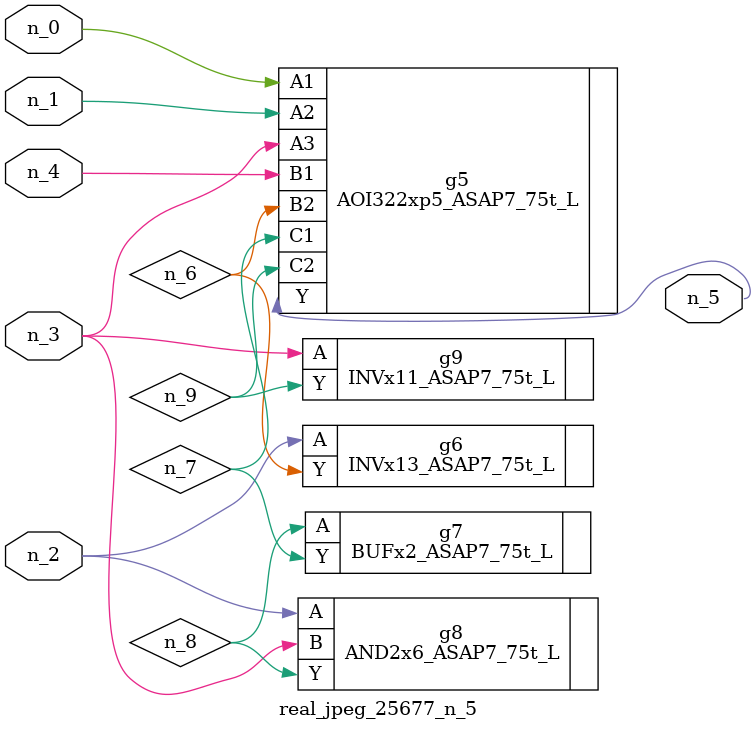
<source format=v>
module real_jpeg_25677_n_5 (n_4, n_0, n_1, n_2, n_3, n_5);

input n_4;
input n_0;
input n_1;
input n_2;
input n_3;

output n_5;

wire n_8;
wire n_6;
wire n_7;
wire n_9;

AOI322xp5_ASAP7_75t_L g5 ( 
.A1(n_0),
.A2(n_1),
.A3(n_3),
.B1(n_4),
.B2(n_6),
.C1(n_7),
.C2(n_9),
.Y(n_5)
);

INVx13_ASAP7_75t_L g6 ( 
.A(n_2),
.Y(n_6)
);

AND2x6_ASAP7_75t_L g8 ( 
.A(n_2),
.B(n_3),
.Y(n_8)
);

INVx11_ASAP7_75t_L g9 ( 
.A(n_3),
.Y(n_9)
);

BUFx2_ASAP7_75t_L g7 ( 
.A(n_8),
.Y(n_7)
);


endmodule
</source>
